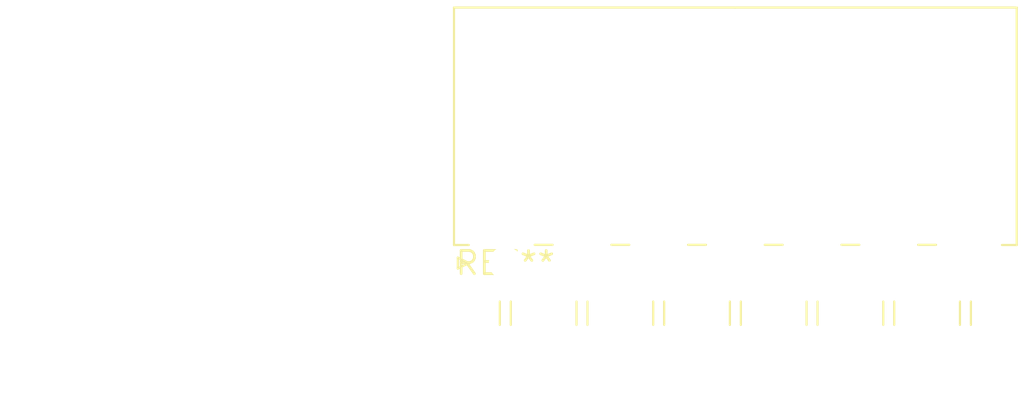
<source format=kicad_pcb>
(kicad_pcb (version 20240108) (generator pcbnew)
  (layers (0 "F.Cu" signal) (31 "B.Cu" signal) (34 "B.Paste" user) (35 "F.Paste" user) (36 "B.SilkS" user "B.Silkscreen") (37 "F.SilkS" user "F.Silkscreen") (38 "B.Mask" user) (39 "F.Mask" user) (44 "Edge.Cuts" user))
  (net 0 "")
  (footprint "Molex_Mini-Fit_Jr_5569-14A2_2x07_P4.20mm_Horizontal" (layer "F.Cu") (at 0 0)
    (property "Reference" "REF**")
    (property "Value" "Molex_Mini-Fit_Jr_5569-14A2_2x07_P4.20mm_Horizontal")
    (fp_line (start -2.81 -14.01) (end 12.6 -14.01) (layer "F.SilkS") (stroke (width 0.12)))
    (fp_line (start -2.81 -0.99) (end -2.81 -14.01) (layer "F.SilkS") (stroke (width 0.12)))
    (fp_line (start -2.6 -0.3) (end -2 0) (layer "F.SilkS") (stroke (width 0.12)))
    (fp_line (start -2.6 0.3) (end -2.6 -0.3) (layer "F.SilkS") (stroke (width 0.12)))
    (fp_line (start -2 -0.99) (end -2.81 -0.99) (layer "F.SilkS") (stroke (width 0.12)))
    (fp_line (start -2 0) (end -2.6 0.3) (layer "F.SilkS") (stroke (width 0.12)))
    (fp_line (start -0.3 2.11) (end -0.3 3.39) (layer "F.SilkS") (stroke (width 0.12)))
    (fp_line (start 0.3 2.11) (end 0.3 3.39) (layer "F.SilkS") (stroke (width 0.12)))
    (fp_line (start 1.61 -1) (end 2.59 -1) (layer "F.SilkS") (stroke (width 0.12)))
    (fp_line (start 3.9 2.11) (end 3.9 3.39) (layer "F.SilkS") (stroke (width 0.12)))
    (fp_line (start 4.5 2.11) (end 4.5 3.39) (layer "F.SilkS") (stroke (width 0.12)))
    (fp_line (start 5.81 -1) (end 6.79 -1) (layer "F.SilkS") (stroke (width 0.12)))
    (fp_line (start 8.1 2.11) (end 8.1 3.39) (layer "F.SilkS") (stroke (width 0.12)))
    (fp_line (start 8.7 2.11) (end 8.7 3.39) (layer "F.SilkS") (stroke (width 0.12)))
    (fp_line (start 10.01 -1) (end 10.99 -1) (layer "F.SilkS") (stroke (width 0.12)))
    (fp_line (start 12.3 2.11) (end 12.3 3.39) (layer "F.SilkS") (stroke (width 0.12)))
    (fp_line (start 12.9 2.11) (end 12.9 3.39) (layer "F.SilkS") (stroke (width 0.12)))
    (fp_line (start 14.21 -1) (end 15.19 -1) (layer "F.SilkS") (stroke (width 0.12)))
    (fp_line (start 16.5 2.11) (end 16.5 3.39) (layer "F.SilkS") (stroke (width 0.12)))
    (fp_line (start 17.1 2.11) (end 17.1 3.39) (layer "F.SilkS") (stroke (width 0.12)))
    (fp_line (start 18.41 -1) (end 19.39 -1) (layer "F.SilkS") (stroke (width 0.12)))
    (fp_line (start 20.7 2.11) (end 20.7 3.39) (layer "F.SilkS") (stroke (width 0.12)))
    (fp_line (start 21.3 2.11) (end 21.3 3.39) (layer "F.SilkS") (stroke (width 0.12)))
    (fp_line (start 22.61 -1) (end 23.59 -1) (layer "F.SilkS") (stroke (width 0.12)))
    (fp_line (start 24.9 2.11) (end 24.9 3.39) (layer "F.SilkS") (stroke (width 0.12)))
    (fp_line (start 25.5 2.11) (end 25.5 3.39) (layer "F.SilkS") (stroke (width 0.12)))
    (fp_line (start 27.2 -0.99) (end 28.01 -0.99) (layer "F.SilkS") (stroke (width 0.12)))
    (fp_line (start 28.01 -14.01) (end 12.6 -14.01) (layer "F.SilkS") (stroke (width 0.12)))
    (fp_line (start 28.01 -0.99) (end 28.01 -14.01) (layer "F.SilkS") (stroke (width 0.12)))
    (pad "" np_thru_hole circle (at 0 -7.3) (size 3 3) (drill 3) (layers *.Cu *.Mask))
    (pad "" np_thru_hole circle (at 25.2 -7.3) (size 3 3) (drill 3) (layers *.Cu *.Mask))
    (pad "1" thru_hole roundrect (at 0 0) (size 2.7 3.7) (drill 1.8) (layers *.Cu *.Mask) (remove_unused_layers) (roundrect_rratio 0.092593))
    (pad "2" thru_hole oval (at 4.2 0) (size 2.7 3.7) (drill 1.8) (layers *.Cu *.Mask) (remove_unused_layers))
    (pad "3" thru_hole oval (at 8.4 0) (size 2.7 3.7) (drill 1.8) (layers *.Cu *.Mask) (remove_unused_layers))
    (pad "4" thru_hole oval (at 12.6 0) (size 2.7 3.7) (drill 1.8) (layers *.Cu *.Mask) (remove_unused_layers))
    (pad "5" thru_hole oval (at 16.8 0) (size 2.7 3.7) (drill 1.8) (layers *.Cu *.Mask) (remove_unused_layers))
    (pad "6" thru_hole oval (at 21 0) (size 2.7 3.7) (drill 1.8) (layers *.Cu *.Mask) (remove_unused_layers))
    (pad "7" thru_hole oval (at 25.2 0) (size 2.7 3.7) (drill 1.8) (layers *.Cu *.Mask) (remove_unused_layers))
    (pad "8" thru_hole oval (at 0 5.5) (size 2.7 3.7) (drill 1.8) (layers *.Cu *.Mask) (remove_unused_layers))
    (pad "9" thru_hole oval (at 4.2 5.5) (size 2.7 3.7) (drill 1.8) (layers *.Cu *.Mask) (remove_unused_layers))
    (pad "10" thru_hole oval (at 8.4 5.5) (size 2.7 3.7) (drill 1.8) (layers *.Cu *.Mask) (remove_unused_layers))
    (pad "11" thru_hole oval (at 12.6 5.5) (size 2.7 3.7) (drill 1.8) (layers *.Cu *.Mask) (remove_unused_layers))
    (pad "12" thru_hole oval (at 16.8 5.5) (size 2.7 3.7) (drill 1.8) (layers *.Cu *.Mask) (remove_unused_layers))
    (pad "13" thru_hole oval (at 21 5.5) (size 2.7 3.7) (drill 1.8) (layers *.Cu *.Mask) (remove_unused_layers))
    (pad "14" thru_hole oval (at 25.2 5.5) (size 2.7 3.7) (drill 1.8) (layers *.Cu *.Mask) (remove_unused_layers))
  )
)
</source>
